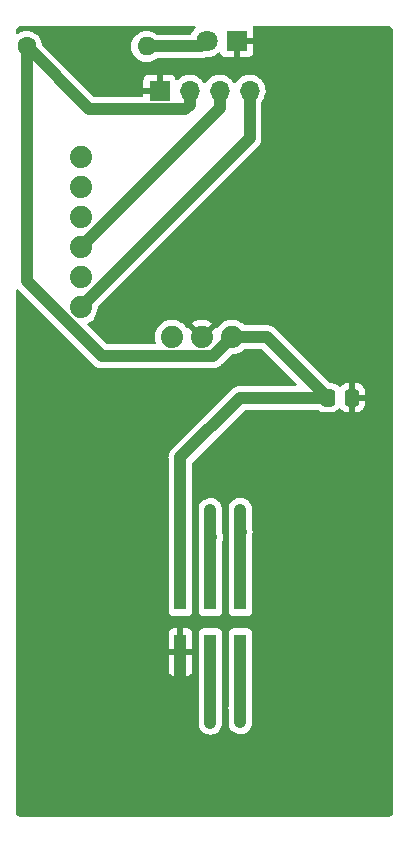
<source format=gbl>
G04 #@! TF.GenerationSoftware,KiCad,Pcbnew,6.0.9*
G04 #@! TF.CreationDate,2022-11-23T21:17:52-08:00*
G04 #@! TF.ProjectId,shitpad,73686974-7061-4642-9e6b-696361645f70,rev?*
G04 #@! TF.SameCoordinates,Original*
G04 #@! TF.FileFunction,Copper,L2,Bot*
G04 #@! TF.FilePolarity,Positive*
%FSLAX46Y46*%
G04 Gerber Fmt 4.6, Leading zero omitted, Abs format (unit mm)*
G04 Created by KiCad (PCBNEW 6.0.9) date 2022-11-23 21:17:52*
%MOMM*%
%LPD*%
G01*
G04 APERTURE LIST*
G04 Aperture macros list*
%AMRoundRect*
0 Rectangle with rounded corners*
0 $1 Rounding radius*
0 $2 $3 $4 $5 $6 $7 $8 $9 X,Y pos of 4 corners*
0 Add a 4 corners polygon primitive as box body*
4,1,4,$2,$3,$4,$5,$6,$7,$8,$9,$2,$3,0*
0 Add four circle primitives for the rounded corners*
1,1,$1+$1,$2,$3*
1,1,$1+$1,$4,$5*
1,1,$1+$1,$6,$7*
1,1,$1+$1,$8,$9*
0 Add four rect primitives between the rounded corners*
20,1,$1+$1,$2,$3,$4,$5,0*
20,1,$1+$1,$4,$5,$6,$7,0*
20,1,$1+$1,$6,$7,$8,$9,0*
20,1,$1+$1,$8,$9,$2,$3,0*%
G04 Aperture macros list end*
G04 #@! TA.AperFunction,ComponentPad*
%ADD10R,1.700000X1.700000*%
G04 #@! TD*
G04 #@! TA.AperFunction,ComponentPad*
%ADD11O,1.700000X1.700000*%
G04 #@! TD*
G04 #@! TA.AperFunction,ComponentPad*
%ADD12R,1.800000X1.800000*%
G04 #@! TD*
G04 #@! TA.AperFunction,ComponentPad*
%ADD13C,1.800000*%
G04 #@! TD*
G04 #@! TA.AperFunction,SMDPad,CuDef*
%ADD14RoundRect,0.250000X0.337500X0.475000X-0.337500X0.475000X-0.337500X-0.475000X0.337500X-0.475000X0*%
G04 #@! TD*
G04 #@! TA.AperFunction,ComponentPad*
%ADD15C,1.879600*%
G04 #@! TD*
G04 #@! TA.AperFunction,SMDPad,CuDef*
%ADD16R,1.000000X3.000000*%
G04 #@! TD*
G04 #@! TA.AperFunction,ComponentPad*
%ADD17C,1.600000*%
G04 #@! TD*
G04 #@! TA.AperFunction,ComponentPad*
%ADD18O,1.600000X1.600000*%
G04 #@! TD*
G04 #@! TA.AperFunction,Conductor*
%ADD19C,1.000000*%
G04 #@! TD*
G04 APERTURE END LIST*
D10*
X86690000Y-36000000D03*
D11*
X89230000Y-36000000D03*
X91770000Y-36000000D03*
X94310000Y-36000000D03*
D12*
X93218000Y-31750000D03*
D13*
X90678000Y-31750000D03*
D14*
X102987500Y-61990000D03*
X100912500Y-61990000D03*
D15*
X80000000Y-54350000D03*
X80000000Y-51810000D03*
X80000000Y-49270000D03*
X80000000Y-46730000D03*
X80000000Y-44190000D03*
X80000000Y-41650000D03*
X87750000Y-56850000D03*
X90290000Y-56850000D03*
X92830000Y-56850000D03*
D16*
X93540000Y-78480000D03*
X93540000Y-83520000D03*
X91000000Y-78480000D03*
X91000000Y-83520000D03*
X88460000Y-78480000D03*
X88460000Y-83520000D03*
D17*
X75438000Y-32250000D03*
D18*
X85598000Y-32250000D03*
D19*
X88460000Y-83520000D02*
X88460000Y-88360000D01*
X88460000Y-88360000D02*
X88460000Y-89460000D01*
X88460000Y-89460000D02*
X88500000Y-89500000D01*
X93510000Y-61990000D02*
X100912500Y-61990000D01*
X89230000Y-37202081D02*
X88882081Y-37550000D01*
X75438000Y-52107028D02*
X81820772Y-58489800D01*
X75438000Y-32250000D02*
X75438000Y-52107028D01*
X95772500Y-56850000D02*
X100912500Y-61990000D01*
X89230000Y-36000000D02*
X89230000Y-37202081D01*
X88460000Y-67040000D02*
X93510000Y-61990000D01*
X80738000Y-37550000D02*
X75438000Y-32250000D01*
X92830000Y-56850000D02*
X95772500Y-56850000D01*
X88460000Y-78480000D02*
X88460000Y-67040000D01*
X88882081Y-37550000D02*
X80738000Y-37550000D01*
X81820772Y-58489800D02*
X91190200Y-58489800D01*
X91190200Y-58489800D02*
X92830000Y-56850000D01*
X91000000Y-78480000D02*
X91000000Y-73850000D01*
X91000000Y-73850000D02*
X91060000Y-73790000D01*
X91000000Y-78480000D02*
X91000000Y-71500000D01*
X91000000Y-88000000D02*
X91000000Y-88240000D01*
X91000000Y-83520000D02*
X91000000Y-88000000D01*
X91000000Y-88000000D02*
X91000000Y-89500000D01*
X94310000Y-40040000D02*
X94310000Y-36000000D01*
X80000000Y-54350000D02*
X94310000Y-40040000D01*
X91770000Y-37500000D02*
X91770000Y-36000000D01*
X80000000Y-49270000D02*
X91770000Y-37500000D01*
X90178000Y-32250000D02*
X90678000Y-31750000D01*
X85598000Y-32250000D02*
X90178000Y-32250000D01*
X93540000Y-78480000D02*
X93540000Y-71460000D01*
X93540000Y-73360000D02*
X93560000Y-73340000D01*
X93540000Y-78480000D02*
X93540000Y-73360000D01*
X93540000Y-86540000D02*
X93540000Y-89460000D01*
X93540000Y-83520000D02*
X93540000Y-86540000D01*
X93540000Y-88230000D02*
X93530000Y-88240000D01*
X93540000Y-86540000D02*
X93540000Y-88230000D01*
G04 #@! TA.AperFunction,Conductor*
G36*
X89689510Y-30528502D02*
G01*
X89736003Y-30582158D01*
X89746107Y-30652432D01*
X89712483Y-30721551D01*
X89579639Y-30860564D01*
X89576725Y-30864836D01*
X89576724Y-30864837D01*
X89568271Y-30877229D01*
X89449119Y-31051899D01*
X89446943Y-31056586D01*
X89446940Y-31056592D01*
X89394971Y-31168550D01*
X89348147Y-31221917D01*
X89280683Y-31241500D01*
X86478740Y-31241500D01*
X86406469Y-31218713D01*
X86361631Y-31187317D01*
X86254749Y-31112477D01*
X86249767Y-31110154D01*
X86249762Y-31110151D01*
X86052225Y-31018039D01*
X86052224Y-31018039D01*
X86047243Y-31015716D01*
X86041935Y-31014294D01*
X86041933Y-31014293D01*
X85831402Y-30957881D01*
X85831400Y-30957881D01*
X85826087Y-30956457D01*
X85598000Y-30936502D01*
X85369913Y-30956457D01*
X85364600Y-30957881D01*
X85364598Y-30957881D01*
X85154067Y-31014293D01*
X85154065Y-31014294D01*
X85148757Y-31015716D01*
X85143776Y-31018039D01*
X85143775Y-31018039D01*
X84946238Y-31110151D01*
X84946233Y-31110154D01*
X84941251Y-31112477D01*
X84861171Y-31168550D01*
X84758211Y-31240643D01*
X84758208Y-31240645D01*
X84753700Y-31243802D01*
X84591802Y-31405700D01*
X84588645Y-31410208D01*
X84588643Y-31410211D01*
X84533902Y-31488389D01*
X84460477Y-31593251D01*
X84458154Y-31598233D01*
X84458151Y-31598238D01*
X84447071Y-31622000D01*
X84363716Y-31800757D01*
X84304457Y-32021913D01*
X84284502Y-32250000D01*
X84304457Y-32478087D01*
X84363716Y-32699243D01*
X84366039Y-32704224D01*
X84366039Y-32704225D01*
X84458151Y-32901762D01*
X84458154Y-32901767D01*
X84460477Y-32906749D01*
X84502149Y-32966262D01*
X84572945Y-33067369D01*
X84591802Y-33094300D01*
X84753700Y-33256198D01*
X84758208Y-33259355D01*
X84758211Y-33259357D01*
X84836389Y-33314098D01*
X84941251Y-33387523D01*
X84946233Y-33389846D01*
X84946238Y-33389849D01*
X85143775Y-33481961D01*
X85148757Y-33484284D01*
X85154065Y-33485706D01*
X85154067Y-33485707D01*
X85364598Y-33542119D01*
X85364600Y-33542119D01*
X85369913Y-33543543D01*
X85598000Y-33563498D01*
X85826087Y-33543543D01*
X85831400Y-33542119D01*
X85831402Y-33542119D01*
X86041933Y-33485707D01*
X86041935Y-33485706D01*
X86047243Y-33484284D01*
X86052225Y-33481961D01*
X86249762Y-33389849D01*
X86249767Y-33389846D01*
X86254749Y-33387523D01*
X86406469Y-33281287D01*
X86478740Y-33258500D01*
X90116157Y-33258500D01*
X90129764Y-33259237D01*
X90161262Y-33262659D01*
X90161267Y-33262659D01*
X90167388Y-33263324D01*
X90193638Y-33261027D01*
X90217388Y-33258950D01*
X90222214Y-33258621D01*
X90224686Y-33258500D01*
X90227769Y-33258500D01*
X90239738Y-33257326D01*
X90270506Y-33254310D01*
X90271819Y-33254188D01*
X90316084Y-33250315D01*
X90364413Y-33246087D01*
X90369532Y-33244600D01*
X90374833Y-33244080D01*
X90463834Y-33217209D01*
X90464967Y-33216874D01*
X90548414Y-33192630D01*
X90548418Y-33192628D01*
X90554336Y-33190909D01*
X90559068Y-33188456D01*
X90564169Y-33186916D01*
X90569604Y-33184026D01*
X90569607Y-33184025D01*
X90589798Y-33173289D01*
X90653567Y-33158625D01*
X90700376Y-33160342D01*
X90736949Y-33161683D01*
X90736953Y-33161683D01*
X90742113Y-33161872D01*
X90747233Y-33161216D01*
X90747235Y-33161216D01*
X90846668Y-33148478D01*
X90971847Y-33132442D01*
X90976795Y-33130957D01*
X90976802Y-33130956D01*
X91188747Y-33067369D01*
X91193690Y-33065886D01*
X91290856Y-33018285D01*
X91397049Y-32966262D01*
X91397052Y-32966260D01*
X91401684Y-32963991D01*
X91590243Y-32829494D01*
X91593898Y-32825852D01*
X91593906Y-32825845D01*
X91635697Y-32784199D01*
X91698068Y-32750282D01*
X91768875Y-32755470D01*
X91825637Y-32798116D01*
X91842619Y-32829218D01*
X91864677Y-32888056D01*
X91873214Y-32903649D01*
X91949715Y-33005724D01*
X91962276Y-33018285D01*
X92064351Y-33094786D01*
X92079946Y-33103324D01*
X92200394Y-33148478D01*
X92215649Y-33152105D01*
X92266514Y-33157631D01*
X92273328Y-33158000D01*
X92945885Y-33158000D01*
X92961124Y-33153525D01*
X92962329Y-33152135D01*
X92964000Y-33144452D01*
X92964000Y-33139884D01*
X93472000Y-33139884D01*
X93476475Y-33155123D01*
X93477865Y-33156328D01*
X93485548Y-33157999D01*
X94162669Y-33157999D01*
X94169490Y-33157629D01*
X94220352Y-33152105D01*
X94235604Y-33148479D01*
X94356054Y-33103324D01*
X94371649Y-33094786D01*
X94473724Y-33018285D01*
X94486285Y-33005724D01*
X94562786Y-32903649D01*
X94571324Y-32888054D01*
X94616478Y-32767606D01*
X94620105Y-32752351D01*
X94625631Y-32701486D01*
X94626000Y-32694672D01*
X94626000Y-32022115D01*
X94621525Y-32006876D01*
X94620135Y-32005671D01*
X94612452Y-32004000D01*
X93490115Y-32004000D01*
X93474876Y-32008475D01*
X93473671Y-32009865D01*
X93472000Y-32017548D01*
X93472000Y-33139884D01*
X92964000Y-33139884D01*
X92964000Y-31622000D01*
X92984002Y-31553879D01*
X93037658Y-31507386D01*
X93090000Y-31496000D01*
X94607884Y-31496000D01*
X94623123Y-31491525D01*
X94624328Y-31490135D01*
X94625999Y-31482452D01*
X94625999Y-30805331D01*
X94625629Y-30798510D01*
X94620105Y-30747648D01*
X94616479Y-30732397D01*
X94596360Y-30678730D01*
X94591177Y-30607923D01*
X94625097Y-30545554D01*
X94687352Y-30511425D01*
X94714342Y-30508500D01*
X105950633Y-30508500D01*
X105970018Y-30510000D01*
X105984852Y-30512310D01*
X105984855Y-30512310D01*
X105993724Y-30513691D01*
X106002626Y-30512527D01*
X106002750Y-30512511D01*
X106033192Y-30512240D01*
X106040621Y-30513077D01*
X106095264Y-30519234D01*
X106122771Y-30525513D01*
X106199853Y-30552485D01*
X106225274Y-30564727D01*
X106294426Y-30608178D01*
X106316485Y-30625770D01*
X106374230Y-30683515D01*
X106391822Y-30705574D01*
X106435273Y-30774726D01*
X106447515Y-30800147D01*
X106474487Y-30877228D01*
X106480766Y-30904736D01*
X106487018Y-30960226D01*
X106486923Y-30975868D01*
X106487800Y-30975879D01*
X106487690Y-30984851D01*
X106486309Y-30993724D01*
X106487473Y-31002626D01*
X106487473Y-31002628D01*
X106490436Y-31025283D01*
X106491500Y-31041621D01*
X106491500Y-96950633D01*
X106490000Y-96970018D01*
X106486309Y-96993724D01*
X106487473Y-97002626D01*
X106487489Y-97002750D01*
X106487760Y-97033192D01*
X106485430Y-97053870D01*
X106480766Y-97095264D01*
X106474487Y-97122771D01*
X106447515Y-97199853D01*
X106435273Y-97225274D01*
X106391822Y-97294426D01*
X106374230Y-97316485D01*
X106316485Y-97374230D01*
X106294426Y-97391822D01*
X106225274Y-97435273D01*
X106199853Y-97447515D01*
X106122772Y-97474487D01*
X106095264Y-97480766D01*
X106039774Y-97487018D01*
X106024132Y-97486923D01*
X106024121Y-97487800D01*
X106015149Y-97487690D01*
X106006276Y-97486309D01*
X105997374Y-97487473D01*
X105997372Y-97487473D01*
X105986385Y-97488910D01*
X105974714Y-97490436D01*
X105958379Y-97491500D01*
X75049367Y-97491500D01*
X75029982Y-97490000D01*
X75015148Y-97487690D01*
X75015145Y-97487690D01*
X75006276Y-97486309D01*
X74997374Y-97487473D01*
X74997250Y-97487489D01*
X74966808Y-97487760D01*
X74946130Y-97485430D01*
X74904736Y-97480766D01*
X74877229Y-97474487D01*
X74800147Y-97447515D01*
X74774726Y-97435273D01*
X74705574Y-97391822D01*
X74683515Y-97374230D01*
X74625770Y-97316485D01*
X74608178Y-97294426D01*
X74564727Y-97225274D01*
X74552485Y-97199853D01*
X74525513Y-97122772D01*
X74519234Y-97095266D01*
X74513170Y-97041451D01*
X74512888Y-97016640D01*
X74513576Y-97012552D01*
X74513729Y-97000000D01*
X74509773Y-96972376D01*
X74508500Y-96954514D01*
X74508500Y-89549769D01*
X89991500Y-89549769D01*
X89991800Y-89552825D01*
X89991800Y-89552832D01*
X89992530Y-89560273D01*
X90005920Y-89696833D01*
X90063084Y-89886169D01*
X90155934Y-90060796D01*
X90226291Y-90147062D01*
X90277040Y-90209287D01*
X90277043Y-90209290D01*
X90280935Y-90214062D01*
X90285682Y-90217989D01*
X90285684Y-90217991D01*
X90428575Y-90336201D01*
X90428579Y-90336203D01*
X90433325Y-90340130D01*
X90607299Y-90434198D01*
X90796232Y-90492682D01*
X90802357Y-90493326D01*
X90802358Y-90493326D01*
X90986796Y-90512711D01*
X90986798Y-90512711D01*
X90992925Y-90513355D01*
X91075424Y-90505847D01*
X91183749Y-90495989D01*
X91183752Y-90495988D01*
X91189888Y-90495430D01*
X91195794Y-90493692D01*
X91195798Y-90493691D01*
X91332947Y-90453326D01*
X91379619Y-90439590D01*
X91385077Y-90436737D01*
X91385081Y-90436735D01*
X91475853Y-90389280D01*
X91554890Y-90347960D01*
X91709025Y-90224032D01*
X91836154Y-90072526D01*
X91839121Y-90067128D01*
X91839125Y-90067123D01*
X91928467Y-89904608D01*
X91931433Y-89899213D01*
X91933846Y-89891608D01*
X91989373Y-89716564D01*
X91989373Y-89716563D01*
X91991235Y-89710694D01*
X92008500Y-89556773D01*
X92008500Y-88236462D01*
X92516626Y-88236462D01*
X92521489Y-88287904D01*
X92530941Y-88387896D01*
X92531500Y-88399754D01*
X92531500Y-89509769D01*
X92531800Y-89512825D01*
X92531800Y-89512832D01*
X92532530Y-89520273D01*
X92545920Y-89656833D01*
X92603084Y-89846169D01*
X92695934Y-90020796D01*
X92766291Y-90107062D01*
X92817040Y-90169287D01*
X92817043Y-90169290D01*
X92820935Y-90174062D01*
X92825682Y-90177989D01*
X92825684Y-90177991D01*
X92968575Y-90296201D01*
X92968579Y-90296203D01*
X92973325Y-90300130D01*
X93147299Y-90394198D01*
X93336232Y-90452682D01*
X93342357Y-90453326D01*
X93342358Y-90453326D01*
X93526796Y-90472711D01*
X93526798Y-90472711D01*
X93532925Y-90473355D01*
X93615424Y-90465847D01*
X93723749Y-90455989D01*
X93723752Y-90455988D01*
X93729888Y-90455430D01*
X93735794Y-90453692D01*
X93735798Y-90453691D01*
X93840924Y-90422751D01*
X93919619Y-90399590D01*
X93925077Y-90396737D01*
X93925081Y-90396735D01*
X94015853Y-90349280D01*
X94094890Y-90307960D01*
X94249025Y-90184032D01*
X94376154Y-90032526D01*
X94379121Y-90027128D01*
X94379125Y-90027123D01*
X94468467Y-89864608D01*
X94471433Y-89859213D01*
X94473846Y-89851608D01*
X94529373Y-89676564D01*
X94529373Y-89676563D01*
X94531235Y-89670694D01*
X94548500Y-89516773D01*
X94548500Y-88287904D01*
X94549145Y-88275171D01*
X94552752Y-88239666D01*
X94552752Y-88239661D01*
X94553374Y-88233538D01*
X94549059Y-88187891D01*
X94548500Y-88176033D01*
X94548500Y-81971866D01*
X94541745Y-81909684D01*
X94490615Y-81773295D01*
X94403261Y-81656739D01*
X94286705Y-81569385D01*
X94150316Y-81518255D01*
X94088134Y-81511500D01*
X92991866Y-81511500D01*
X92929684Y-81518255D01*
X92793295Y-81569385D01*
X92676739Y-81656739D01*
X92589385Y-81773295D01*
X92538255Y-81909684D01*
X92531500Y-81971866D01*
X92531500Y-88083650D01*
X92530855Y-88096383D01*
X92517546Y-88227407D01*
X92516626Y-88236462D01*
X92008500Y-88236462D01*
X92008500Y-81971866D01*
X92001745Y-81909684D01*
X91950615Y-81773295D01*
X91863261Y-81656739D01*
X91746705Y-81569385D01*
X91610316Y-81518255D01*
X91548134Y-81511500D01*
X90451866Y-81511500D01*
X90389684Y-81518255D01*
X90253295Y-81569385D01*
X90136739Y-81656739D01*
X90049385Y-81773295D01*
X89998255Y-81909684D01*
X89991500Y-81971866D01*
X89991500Y-89549769D01*
X74508500Y-89549769D01*
X74508500Y-85064669D01*
X87452001Y-85064669D01*
X87452371Y-85071490D01*
X87457895Y-85122352D01*
X87461521Y-85137604D01*
X87506676Y-85258054D01*
X87515214Y-85273649D01*
X87591715Y-85375724D01*
X87604276Y-85388285D01*
X87706351Y-85464786D01*
X87721946Y-85473324D01*
X87842394Y-85518478D01*
X87857649Y-85522105D01*
X87908514Y-85527631D01*
X87915328Y-85528000D01*
X88187885Y-85528000D01*
X88203124Y-85523525D01*
X88204329Y-85522135D01*
X88206000Y-85514452D01*
X88206000Y-85509884D01*
X88714000Y-85509884D01*
X88718475Y-85525123D01*
X88719865Y-85526328D01*
X88727548Y-85527999D01*
X89004669Y-85527999D01*
X89011490Y-85527629D01*
X89062352Y-85522105D01*
X89077604Y-85518479D01*
X89198054Y-85473324D01*
X89213649Y-85464786D01*
X89315724Y-85388285D01*
X89328285Y-85375724D01*
X89404786Y-85273649D01*
X89413324Y-85258054D01*
X89458478Y-85137606D01*
X89462105Y-85122351D01*
X89467631Y-85071486D01*
X89468000Y-85064672D01*
X89468000Y-83792115D01*
X89463525Y-83776876D01*
X89462135Y-83775671D01*
X89454452Y-83774000D01*
X88732115Y-83774000D01*
X88716876Y-83778475D01*
X88715671Y-83779865D01*
X88714000Y-83787548D01*
X88714000Y-85509884D01*
X88206000Y-85509884D01*
X88206000Y-83792115D01*
X88201525Y-83776876D01*
X88200135Y-83775671D01*
X88192452Y-83774000D01*
X87470116Y-83774000D01*
X87454877Y-83778475D01*
X87453672Y-83779865D01*
X87452001Y-83787548D01*
X87452001Y-85064669D01*
X74508500Y-85064669D01*
X74508500Y-83247885D01*
X87452000Y-83247885D01*
X87456475Y-83263124D01*
X87457865Y-83264329D01*
X87465548Y-83266000D01*
X88187885Y-83266000D01*
X88203124Y-83261525D01*
X88204329Y-83260135D01*
X88206000Y-83252452D01*
X88206000Y-83247885D01*
X88714000Y-83247885D01*
X88718475Y-83263124D01*
X88719865Y-83264329D01*
X88727548Y-83266000D01*
X89449884Y-83266000D01*
X89465123Y-83261525D01*
X89466328Y-83260135D01*
X89467999Y-83252452D01*
X89467999Y-81975331D01*
X89467629Y-81968510D01*
X89462105Y-81917648D01*
X89458479Y-81902396D01*
X89413324Y-81781946D01*
X89404786Y-81766351D01*
X89328285Y-81664276D01*
X89315724Y-81651715D01*
X89213649Y-81575214D01*
X89198054Y-81566676D01*
X89077606Y-81521522D01*
X89062351Y-81517895D01*
X89011486Y-81512369D01*
X89004672Y-81512000D01*
X88732115Y-81512000D01*
X88716876Y-81516475D01*
X88715671Y-81517865D01*
X88714000Y-81525548D01*
X88714000Y-83247885D01*
X88206000Y-83247885D01*
X88206000Y-81530116D01*
X88201525Y-81514877D01*
X88200135Y-81513672D01*
X88192452Y-81512001D01*
X87915331Y-81512001D01*
X87908510Y-81512371D01*
X87857648Y-81517895D01*
X87842396Y-81521521D01*
X87721946Y-81566676D01*
X87706351Y-81575214D01*
X87604276Y-81651715D01*
X87591715Y-81664276D01*
X87515214Y-81766351D01*
X87506676Y-81781946D01*
X87461522Y-81902394D01*
X87457895Y-81917649D01*
X87452369Y-81968514D01*
X87452000Y-81975328D01*
X87452000Y-83247885D01*
X74508500Y-83247885D01*
X74508500Y-52914026D01*
X74528502Y-52845905D01*
X74582158Y-52799412D01*
X74652432Y-52789308D01*
X74717012Y-52818802D01*
X74717251Y-52819026D01*
X74718935Y-52821090D01*
X74723526Y-52824888D01*
X74754262Y-52850315D01*
X74763042Y-52858305D01*
X81063917Y-59159179D01*
X81073019Y-59169322D01*
X81096740Y-59198825D01*
X81108705Y-59208865D01*
X81135193Y-59231091D01*
X81138841Y-59234272D01*
X81140653Y-59235915D01*
X81142847Y-59238109D01*
X81176121Y-59265442D01*
X81176919Y-59266104D01*
X81248246Y-59325954D01*
X81252916Y-59328522D01*
X81257033Y-59331903D01*
X81338892Y-59375795D01*
X81340052Y-59376424D01*
X81416161Y-59418266D01*
X81416166Y-59418268D01*
X81421559Y-59421233D01*
X81426637Y-59422844D01*
X81431335Y-59425363D01*
X81520270Y-59452553D01*
X81521474Y-59452928D01*
X81610078Y-59481035D01*
X81615369Y-59481628D01*
X81620470Y-59483188D01*
X81713083Y-59492595D01*
X81714203Y-59492715D01*
X81763999Y-59498300D01*
X81767528Y-59498300D01*
X81768511Y-59498355D01*
X81774198Y-59498803D01*
X81794455Y-59500860D01*
X81811108Y-59502552D01*
X81811111Y-59502552D01*
X81817235Y-59503174D01*
X81862884Y-59498859D01*
X81874741Y-59498300D01*
X91128357Y-59498300D01*
X91141964Y-59499037D01*
X91173462Y-59502459D01*
X91173467Y-59502459D01*
X91179588Y-59503124D01*
X91205838Y-59500827D01*
X91229588Y-59498750D01*
X91234414Y-59498421D01*
X91236886Y-59498300D01*
X91239969Y-59498300D01*
X91251938Y-59497126D01*
X91282706Y-59494110D01*
X91284019Y-59493988D01*
X91328284Y-59490115D01*
X91376613Y-59485887D01*
X91381732Y-59484400D01*
X91387033Y-59483880D01*
X91476034Y-59457009D01*
X91477167Y-59456674D01*
X91560614Y-59432430D01*
X91560618Y-59432428D01*
X91566536Y-59430709D01*
X91571268Y-59428256D01*
X91576369Y-59426716D01*
X91592262Y-59418266D01*
X91658460Y-59383069D01*
X91659626Y-59382457D01*
X91736653Y-59342529D01*
X91742126Y-59339692D01*
X91746289Y-59336369D01*
X91750996Y-59333866D01*
X91823118Y-59275045D01*
X91823974Y-59274354D01*
X91863173Y-59243062D01*
X91865677Y-59240558D01*
X91866395Y-59239916D01*
X91870728Y-59236215D01*
X91904262Y-59208865D01*
X91933491Y-59173533D01*
X91941472Y-59164763D01*
X92768869Y-58337365D01*
X92831182Y-58303340D01*
X92862580Y-58300545D01*
X92879424Y-58301163D01*
X92890761Y-58301579D01*
X92890765Y-58301579D01*
X92895924Y-58301768D01*
X92901044Y-58301112D01*
X92901046Y-58301112D01*
X93127023Y-58272164D01*
X93127024Y-58272164D01*
X93132151Y-58271507D01*
X93360262Y-58203070D01*
X93574133Y-58098295D01*
X93578336Y-58095297D01*
X93578341Y-58095294D01*
X93763816Y-57962996D01*
X93763818Y-57962994D01*
X93768020Y-57959997D01*
X93832995Y-57895248D01*
X93895365Y-57861333D01*
X93921934Y-57858500D01*
X95302575Y-57858500D01*
X95370696Y-57878502D01*
X95391670Y-57895405D01*
X96914532Y-59418266D01*
X98262671Y-60766405D01*
X98296697Y-60828717D01*
X98291632Y-60899532D01*
X98249085Y-60956368D01*
X98182565Y-60981179D01*
X98173576Y-60981500D01*
X93571840Y-60981500D01*
X93558232Y-60980763D01*
X93526736Y-60977341D01*
X93526732Y-60977341D01*
X93520611Y-60976676D01*
X93502611Y-60978251D01*
X93470609Y-60981050D01*
X93465784Y-60981379D01*
X93463313Y-60981500D01*
X93460231Y-60981500D01*
X93437763Y-60983703D01*
X93417489Y-60985691D01*
X93416174Y-60985813D01*
X93383913Y-60988636D01*
X93323587Y-60993913D01*
X93318468Y-60995400D01*
X93313167Y-60995920D01*
X93224133Y-61022801D01*
X93223000Y-61023136D01*
X93139578Y-61047373D01*
X93139574Y-61047375D01*
X93133663Y-61049092D01*
X93128934Y-61051543D01*
X93123831Y-61053084D01*
X93041669Y-61096770D01*
X93040627Y-61097317D01*
X92958074Y-61140108D01*
X92953911Y-61143431D01*
X92949204Y-61145934D01*
X92944430Y-61149828D01*
X92944428Y-61149829D01*
X92877105Y-61204737D01*
X92876160Y-61205500D01*
X92837027Y-61236739D01*
X92834536Y-61239230D01*
X92833809Y-61239880D01*
X92829463Y-61243592D01*
X92810588Y-61258987D01*
X92795938Y-61270935D01*
X92792015Y-61275677D01*
X92792013Y-61275679D01*
X92766703Y-61306273D01*
X92758713Y-61315053D01*
X87790621Y-66283145D01*
X87780478Y-66292247D01*
X87750975Y-66315968D01*
X87747008Y-66320696D01*
X87718709Y-66354421D01*
X87715528Y-66358069D01*
X87713885Y-66359881D01*
X87711691Y-66362075D01*
X87684358Y-66395349D01*
X87683696Y-66396147D01*
X87623846Y-66467474D01*
X87621278Y-66472144D01*
X87617897Y-66476261D01*
X87586860Y-66534145D01*
X87574023Y-66558086D01*
X87573394Y-66559245D01*
X87531538Y-66635381D01*
X87531535Y-66635389D01*
X87528567Y-66640787D01*
X87526955Y-66645869D01*
X87524438Y-66650563D01*
X87497238Y-66739531D01*
X87496918Y-66740559D01*
X87468765Y-66829306D01*
X87468171Y-66834602D01*
X87466613Y-66839698D01*
X87465990Y-66845834D01*
X87457218Y-66932187D01*
X87457089Y-66933393D01*
X87451500Y-66983227D01*
X87451500Y-66986754D01*
X87451445Y-66987739D01*
X87450998Y-66993419D01*
X87446626Y-67036462D01*
X87447206Y-67042593D01*
X87450941Y-67082109D01*
X87451500Y-67093967D01*
X87451500Y-80028134D01*
X87458255Y-80090316D01*
X87509385Y-80226705D01*
X87596739Y-80343261D01*
X87713295Y-80430615D01*
X87849684Y-80481745D01*
X87911866Y-80488500D01*
X89008134Y-80488500D01*
X89070316Y-80481745D01*
X89206705Y-80430615D01*
X89323261Y-80343261D01*
X89410615Y-80226705D01*
X89461745Y-80090316D01*
X89468500Y-80028134D01*
X89468500Y-73846462D01*
X89986626Y-73846462D01*
X89987206Y-73852593D01*
X89990941Y-73892109D01*
X89991500Y-73903967D01*
X89991500Y-80028134D01*
X89998255Y-80090316D01*
X90049385Y-80226705D01*
X90136739Y-80343261D01*
X90253295Y-80430615D01*
X90389684Y-80481745D01*
X90451866Y-80488500D01*
X91548134Y-80488500D01*
X91610316Y-80481745D01*
X91746705Y-80430615D01*
X91863261Y-80343261D01*
X91950615Y-80226705D01*
X92001745Y-80090316D01*
X92008500Y-80028134D01*
X92008500Y-74155952D01*
X92014006Y-74119113D01*
X92051585Y-73996200D01*
X92051585Y-73996198D01*
X92053388Y-73990302D01*
X92055969Y-73964888D01*
X92072752Y-73799666D01*
X92072752Y-73799661D01*
X92073374Y-73793538D01*
X92054761Y-73596638D01*
X92013751Y-73459071D01*
X92008500Y-73423075D01*
X92008500Y-73356462D01*
X92526626Y-73356462D01*
X92527206Y-73362593D01*
X92530941Y-73402109D01*
X92531500Y-73413967D01*
X92531500Y-80028134D01*
X92538255Y-80090316D01*
X92589385Y-80226705D01*
X92676739Y-80343261D01*
X92793295Y-80430615D01*
X92929684Y-80481745D01*
X92991866Y-80488500D01*
X94088134Y-80488500D01*
X94150316Y-80481745D01*
X94286705Y-80430615D01*
X94403261Y-80343261D01*
X94490615Y-80226705D01*
X94541745Y-80090316D01*
X94548500Y-80028134D01*
X94548500Y-73574072D01*
X94550986Y-73549166D01*
X94551585Y-73546196D01*
X94553387Y-73540302D01*
X94554010Y-73534170D01*
X94572752Y-73349666D01*
X94572752Y-73349661D01*
X94573374Y-73343538D01*
X94554761Y-73146638D01*
X94553002Y-73140737D01*
X94551825Y-73134682D01*
X94552483Y-73134554D01*
X94548500Y-73107253D01*
X94548500Y-71410231D01*
X94547814Y-71403227D01*
X94542463Y-71348660D01*
X94534080Y-71263167D01*
X94476916Y-71073831D01*
X94384066Y-70899204D01*
X94295583Y-70790713D01*
X94262960Y-70750713D01*
X94262957Y-70750710D01*
X94259065Y-70745938D01*
X94252724Y-70740692D01*
X94111425Y-70623799D01*
X94111421Y-70623797D01*
X94106675Y-70619870D01*
X93932701Y-70525802D01*
X93743768Y-70467318D01*
X93737643Y-70466674D01*
X93737642Y-70466674D01*
X93553204Y-70447289D01*
X93553202Y-70447289D01*
X93547075Y-70446645D01*
X93464576Y-70454153D01*
X93356251Y-70464011D01*
X93356248Y-70464012D01*
X93350112Y-70464570D01*
X93344206Y-70466308D01*
X93344202Y-70466309D01*
X93275106Y-70486645D01*
X93160381Y-70520410D01*
X93154923Y-70523263D01*
X93154919Y-70523265D01*
X93078407Y-70563265D01*
X92985110Y-70612040D01*
X92830975Y-70735968D01*
X92703846Y-70887474D01*
X92700879Y-70892872D01*
X92700875Y-70892877D01*
X92675407Y-70939204D01*
X92608567Y-71060787D01*
X92606706Y-71066654D01*
X92606705Y-71066656D01*
X92595878Y-71100787D01*
X92548765Y-71249306D01*
X92531500Y-71403227D01*
X92531500Y-73302096D01*
X92530855Y-73314829D01*
X92527939Y-73343538D01*
X92526626Y-73356462D01*
X92008500Y-73356462D01*
X92008500Y-71450231D01*
X92007814Y-71443227D01*
X91994681Y-71309301D01*
X91994080Y-71303167D01*
X91936916Y-71113831D01*
X91844066Y-70939204D01*
X91773709Y-70852938D01*
X91722960Y-70790713D01*
X91722957Y-70790710D01*
X91719065Y-70785938D01*
X91712724Y-70780692D01*
X91571425Y-70663799D01*
X91571421Y-70663797D01*
X91566675Y-70659870D01*
X91392701Y-70565802D01*
X91203768Y-70507318D01*
X91197643Y-70506674D01*
X91197642Y-70506674D01*
X91013204Y-70487289D01*
X91013202Y-70487289D01*
X91007075Y-70486645D01*
X90924576Y-70494153D01*
X90816251Y-70504011D01*
X90816248Y-70504012D01*
X90810112Y-70504570D01*
X90804206Y-70506308D01*
X90804202Y-70506309D01*
X90728015Y-70528732D01*
X90620381Y-70560410D01*
X90614923Y-70563263D01*
X90614919Y-70563265D01*
X90527080Y-70609187D01*
X90445110Y-70652040D01*
X90290975Y-70775968D01*
X90163846Y-70927474D01*
X90160879Y-70932872D01*
X90160875Y-70932877D01*
X90157397Y-70939204D01*
X90068567Y-71100787D01*
X90066706Y-71106654D01*
X90066705Y-71106656D01*
X90023316Y-71243436D01*
X90008765Y-71289306D01*
X89991500Y-71443227D01*
X89991500Y-73792096D01*
X89990855Y-73804829D01*
X89986626Y-73846462D01*
X89468500Y-73846462D01*
X89468500Y-67509925D01*
X89488502Y-67441804D01*
X89505405Y-67420830D01*
X93890830Y-63035405D01*
X93953142Y-63001379D01*
X93979925Y-62998500D01*
X99983650Y-62998500D01*
X100051771Y-63018502D01*
X100072667Y-63035326D01*
X100101697Y-63064305D01*
X100107927Y-63068145D01*
X100107928Y-63068146D01*
X100245288Y-63152816D01*
X100252262Y-63157115D01*
X100332005Y-63183564D01*
X100413611Y-63210632D01*
X100413613Y-63210632D01*
X100420139Y-63212797D01*
X100426975Y-63213497D01*
X100426978Y-63213498D01*
X100470031Y-63217909D01*
X100524600Y-63223500D01*
X101300400Y-63223500D01*
X101303646Y-63223163D01*
X101303650Y-63223163D01*
X101399308Y-63213238D01*
X101399312Y-63213237D01*
X101406166Y-63212526D01*
X101412702Y-63210345D01*
X101412704Y-63210345D01*
X101544806Y-63166272D01*
X101573946Y-63156550D01*
X101724348Y-63063478D01*
X101849305Y-62938303D01*
X101852102Y-62933765D01*
X101909353Y-62893176D01*
X101980276Y-62889946D01*
X102041687Y-62925572D01*
X102049062Y-62934068D01*
X102057098Y-62944207D01*
X102171829Y-63058739D01*
X102183240Y-63067751D01*
X102321243Y-63152816D01*
X102334424Y-63158963D01*
X102488710Y-63210138D01*
X102502086Y-63213005D01*
X102596438Y-63222672D01*
X102602854Y-63223000D01*
X102715385Y-63223000D01*
X102730624Y-63218525D01*
X102731829Y-63217135D01*
X102733500Y-63209452D01*
X102733500Y-63204884D01*
X103241500Y-63204884D01*
X103245975Y-63220123D01*
X103247365Y-63221328D01*
X103255048Y-63222999D01*
X103372095Y-63222999D01*
X103378614Y-63222662D01*
X103474206Y-63212743D01*
X103487600Y-63209851D01*
X103641784Y-63158412D01*
X103654962Y-63152239D01*
X103792807Y-63066937D01*
X103804208Y-63057901D01*
X103918739Y-62943171D01*
X103927751Y-62931760D01*
X104012816Y-62793757D01*
X104018963Y-62780576D01*
X104070138Y-62626290D01*
X104073005Y-62612914D01*
X104082672Y-62518562D01*
X104083000Y-62512146D01*
X104083000Y-62262115D01*
X104078525Y-62246876D01*
X104077135Y-62245671D01*
X104069452Y-62244000D01*
X103259615Y-62244000D01*
X103244376Y-62248475D01*
X103243171Y-62249865D01*
X103241500Y-62257548D01*
X103241500Y-63204884D01*
X102733500Y-63204884D01*
X102733500Y-61717885D01*
X103241500Y-61717885D01*
X103245975Y-61733124D01*
X103247365Y-61734329D01*
X103255048Y-61736000D01*
X104064884Y-61736000D01*
X104080123Y-61731525D01*
X104081328Y-61730135D01*
X104082999Y-61722452D01*
X104082999Y-61467905D01*
X104082662Y-61461386D01*
X104072743Y-61365794D01*
X104069851Y-61352400D01*
X104018412Y-61198216D01*
X104012239Y-61185038D01*
X103926937Y-61047193D01*
X103917901Y-61035792D01*
X103803171Y-60921261D01*
X103791760Y-60912249D01*
X103653757Y-60827184D01*
X103640576Y-60821037D01*
X103486290Y-60769862D01*
X103472914Y-60766995D01*
X103378562Y-60757328D01*
X103372145Y-60757000D01*
X103259615Y-60757000D01*
X103244376Y-60761475D01*
X103243171Y-60762865D01*
X103241500Y-60770548D01*
X103241500Y-61717885D01*
X102733500Y-61717885D01*
X102733500Y-60775116D01*
X102729025Y-60759877D01*
X102727635Y-60758672D01*
X102719952Y-60757001D01*
X102602905Y-60757001D01*
X102596386Y-60757338D01*
X102500794Y-60767257D01*
X102487400Y-60770149D01*
X102333216Y-60821588D01*
X102320038Y-60827761D01*
X102182193Y-60913063D01*
X102170792Y-60922099D01*
X102056262Y-61036828D01*
X102049206Y-61045762D01*
X101991288Y-61086823D01*
X101920365Y-61090053D01*
X101858954Y-61054426D01*
X101852154Y-61046593D01*
X101848478Y-61040652D01*
X101723303Y-60915695D01*
X101697082Y-60899532D01*
X101578968Y-60826725D01*
X101578966Y-60826724D01*
X101572738Y-60822885D01*
X101492995Y-60796436D01*
X101411389Y-60769368D01*
X101411387Y-60769368D01*
X101404861Y-60767203D01*
X101398025Y-60766503D01*
X101398022Y-60766502D01*
X101354969Y-60762091D01*
X101300400Y-60756500D01*
X101157424Y-60756500D01*
X101089303Y-60736498D01*
X101068329Y-60719595D01*
X96529355Y-56180621D01*
X96520253Y-56170478D01*
X96500397Y-56145782D01*
X96496532Y-56140975D01*
X96458078Y-56108708D01*
X96454431Y-56105528D01*
X96452619Y-56103885D01*
X96450425Y-56101691D01*
X96417151Y-56074358D01*
X96416353Y-56073696D01*
X96345026Y-56013846D01*
X96340356Y-56011278D01*
X96336239Y-56007897D01*
X96254414Y-55964023D01*
X96253255Y-55963394D01*
X96177119Y-55921538D01*
X96177111Y-55921535D01*
X96171713Y-55918567D01*
X96166631Y-55916955D01*
X96161937Y-55914438D01*
X96072969Y-55887238D01*
X96071941Y-55886918D01*
X95983194Y-55858765D01*
X95977898Y-55858171D01*
X95972802Y-55856613D01*
X95880243Y-55847210D01*
X95879107Y-55847089D01*
X95845492Y-55843319D01*
X95832770Y-55841892D01*
X95832766Y-55841892D01*
X95829273Y-55841500D01*
X95825746Y-55841500D01*
X95824761Y-55841445D01*
X95819081Y-55840998D01*
X95789675Y-55838011D01*
X95782163Y-55837248D01*
X95782161Y-55837248D01*
X95776038Y-55836626D01*
X95733759Y-55840623D01*
X95730391Y-55840941D01*
X95718533Y-55841500D01*
X93926283Y-55841500D01*
X93858162Y-55821498D01*
X93833091Y-55800301D01*
X93829493Y-55796347D01*
X93821124Y-55787150D01*
X93817073Y-55783951D01*
X93817069Y-55783947D01*
X93638278Y-55642747D01*
X93638273Y-55642744D01*
X93634224Y-55639546D01*
X93629708Y-55637053D01*
X93629705Y-55637051D01*
X93430250Y-55526946D01*
X93430246Y-55526944D01*
X93425726Y-55524449D01*
X93420857Y-55522725D01*
X93420853Y-55522723D01*
X93206105Y-55446676D01*
X93206101Y-55446675D01*
X93201230Y-55444950D01*
X93196140Y-55444043D01*
X93196135Y-55444042D01*
X93068814Y-55421364D01*
X92966764Y-55403186D01*
X92877637Y-55402097D01*
X92733795Y-55400339D01*
X92733793Y-55400339D01*
X92728625Y-55400276D01*
X92493209Y-55436300D01*
X92266838Y-55510289D01*
X92055590Y-55620258D01*
X92051457Y-55623361D01*
X92051454Y-55623363D01*
X91869275Y-55760147D01*
X91865140Y-55763252D01*
X91861568Y-55766990D01*
X91715770Y-55919559D01*
X91700602Y-55935431D01*
X91658064Y-55997790D01*
X91603155Y-56042790D01*
X91532631Y-56050961D01*
X91480940Y-56026588D01*
X91478940Y-56026307D01*
X91467755Y-56031456D01*
X90379095Y-57120115D01*
X90316783Y-57154141D01*
X90245967Y-57149076D01*
X90200905Y-57120115D01*
X89115224Y-56034435D01*
X89102801Y-56027651D01*
X89039899Y-56052699D01*
X88970210Y-56039135D01*
X88922360Y-55995688D01*
X88904216Y-55967642D01*
X88901406Y-55963298D01*
X88859104Y-55916808D01*
X88806288Y-55858765D01*
X88741124Y-55787150D01*
X88737073Y-55783951D01*
X88737069Y-55783947D01*
X88583018Y-55662285D01*
X89467081Y-55662285D01*
X89473825Y-55674614D01*
X90277189Y-56477979D01*
X90291132Y-56485592D01*
X90292966Y-56485461D01*
X90299580Y-56481210D01*
X91107331Y-55673458D01*
X91114348Y-55660607D01*
X91106574Y-55649937D01*
X91098004Y-55643169D01*
X91089417Y-55637464D01*
X90890055Y-55527410D01*
X90880643Y-55523180D01*
X90665971Y-55447160D01*
X90656014Y-55444530D01*
X90431805Y-55404591D01*
X90421554Y-55403622D01*
X90193830Y-55400840D01*
X90183546Y-55401560D01*
X89958437Y-55436006D01*
X89948410Y-55438395D01*
X89731951Y-55509144D01*
X89722442Y-55513141D01*
X89520451Y-55618292D01*
X89511716Y-55623793D01*
X89475535Y-55650958D01*
X89467081Y-55662285D01*
X88583018Y-55662285D01*
X88558278Y-55642747D01*
X88558273Y-55642744D01*
X88554224Y-55639546D01*
X88549708Y-55637053D01*
X88549705Y-55637051D01*
X88350250Y-55526946D01*
X88350246Y-55526944D01*
X88345726Y-55524449D01*
X88340857Y-55522725D01*
X88340853Y-55522723D01*
X88126105Y-55446676D01*
X88126101Y-55446675D01*
X88121230Y-55444950D01*
X88116140Y-55444043D01*
X88116135Y-55444042D01*
X87988814Y-55421364D01*
X87886764Y-55403186D01*
X87797637Y-55402097D01*
X87653795Y-55400339D01*
X87653793Y-55400339D01*
X87648625Y-55400276D01*
X87413209Y-55436300D01*
X87186838Y-55510289D01*
X86975590Y-55620258D01*
X86971457Y-55623361D01*
X86971454Y-55623363D01*
X86789275Y-55760147D01*
X86785140Y-55763252D01*
X86781568Y-55766990D01*
X86635770Y-55919559D01*
X86620602Y-55935431D01*
X86617693Y-55939696D01*
X86617687Y-55939704D01*
X86568558Y-56011725D01*
X86486394Y-56132172D01*
X86386122Y-56348191D01*
X86322477Y-56577685D01*
X86297170Y-56814494D01*
X86297467Y-56819646D01*
X86297467Y-56819650D01*
X86309053Y-57020592D01*
X86310879Y-57052255D01*
X86312016Y-57057301D01*
X86312017Y-57057307D01*
X86333840Y-57154141D01*
X86363237Y-57284585D01*
X86365181Y-57289372D01*
X86372702Y-57307894D01*
X86379799Y-57378535D01*
X86347578Y-57441799D01*
X86286269Y-57477600D01*
X86255960Y-57481300D01*
X82290696Y-57481300D01*
X82222575Y-57461298D01*
X82201601Y-57444395D01*
X80607965Y-55850759D01*
X80573939Y-55788447D01*
X80579004Y-55717632D01*
X80621551Y-55660796D01*
X80641627Y-55648513D01*
X80739491Y-55600569D01*
X80744133Y-55598295D01*
X80748336Y-55595297D01*
X80748341Y-55595294D01*
X80933816Y-55462996D01*
X80933818Y-55462994D01*
X80938020Y-55459997D01*
X81106716Y-55291889D01*
X81245690Y-55098486D01*
X81351211Y-54884982D01*
X81420443Y-54657111D01*
X81451529Y-54420992D01*
X81452710Y-54372674D01*
X81474370Y-54305062D01*
X81489577Y-54286658D01*
X94979379Y-40796855D01*
X94989522Y-40787753D01*
X95014218Y-40767897D01*
X95019025Y-40764032D01*
X95051292Y-40725578D01*
X95054472Y-40721931D01*
X95056115Y-40720119D01*
X95058309Y-40717925D01*
X95085642Y-40684651D01*
X95086348Y-40683800D01*
X95142195Y-40617244D01*
X95146154Y-40612526D01*
X95148722Y-40607856D01*
X95152103Y-40603739D01*
X95195977Y-40521914D01*
X95196606Y-40520755D01*
X95238462Y-40444619D01*
X95238465Y-40444611D01*
X95241433Y-40439213D01*
X95243045Y-40434131D01*
X95245562Y-40429437D01*
X95272762Y-40340469D01*
X95273108Y-40339358D01*
X95277046Y-40326946D01*
X95301235Y-40250694D01*
X95301829Y-40245398D01*
X95303387Y-40240302D01*
X95312790Y-40147743D01*
X95312911Y-40146607D01*
X95318500Y-40096773D01*
X95318500Y-40093246D01*
X95318555Y-40092261D01*
X95319002Y-40086581D01*
X95323374Y-40043538D01*
X95319059Y-39997891D01*
X95318500Y-39986033D01*
X95318500Y-36963970D01*
X95338502Y-36895849D01*
X95346460Y-36885120D01*
X95348096Y-36883489D01*
X95478453Y-36702077D01*
X95499320Y-36659857D01*
X95575136Y-36506453D01*
X95575137Y-36506451D01*
X95577430Y-36501811D01*
X95642370Y-36288069D01*
X95671529Y-36066590D01*
X95673156Y-36000000D01*
X95654852Y-35777361D01*
X95600431Y-35560702D01*
X95511354Y-35355840D01*
X95390014Y-35168277D01*
X95239670Y-35003051D01*
X95235619Y-34999852D01*
X95235615Y-34999848D01*
X95068414Y-34867800D01*
X95068410Y-34867798D01*
X95064359Y-34864598D01*
X94868789Y-34756638D01*
X94863920Y-34754914D01*
X94863916Y-34754912D01*
X94663087Y-34683795D01*
X94663083Y-34683794D01*
X94658212Y-34682069D01*
X94653119Y-34681162D01*
X94653116Y-34681161D01*
X94443373Y-34643800D01*
X94443367Y-34643799D01*
X94438284Y-34642894D01*
X94364452Y-34641992D01*
X94220081Y-34640228D01*
X94220079Y-34640228D01*
X94214911Y-34640165D01*
X93994091Y-34673955D01*
X93781756Y-34743357D01*
X93583607Y-34846507D01*
X93579474Y-34849610D01*
X93579471Y-34849612D01*
X93409100Y-34977530D01*
X93404965Y-34980635D01*
X93250629Y-35142138D01*
X93143201Y-35299621D01*
X93088293Y-35344621D01*
X93017768Y-35352792D01*
X92954021Y-35321538D01*
X92933324Y-35297054D01*
X92852822Y-35172617D01*
X92852820Y-35172614D01*
X92850014Y-35168277D01*
X92699670Y-35003051D01*
X92695619Y-34999852D01*
X92695615Y-34999848D01*
X92528414Y-34867800D01*
X92528410Y-34867798D01*
X92524359Y-34864598D01*
X92328789Y-34756638D01*
X92323920Y-34754914D01*
X92323916Y-34754912D01*
X92123087Y-34683795D01*
X92123083Y-34683794D01*
X92118212Y-34682069D01*
X92113119Y-34681162D01*
X92113116Y-34681161D01*
X91903373Y-34643800D01*
X91903367Y-34643799D01*
X91898284Y-34642894D01*
X91824452Y-34641992D01*
X91680081Y-34640228D01*
X91680079Y-34640228D01*
X91674911Y-34640165D01*
X91454091Y-34673955D01*
X91241756Y-34743357D01*
X91043607Y-34846507D01*
X91039474Y-34849610D01*
X91039471Y-34849612D01*
X90869100Y-34977530D01*
X90864965Y-34980635D01*
X90710629Y-35142138D01*
X90603201Y-35299621D01*
X90548293Y-35344621D01*
X90477768Y-35352792D01*
X90414021Y-35321538D01*
X90393324Y-35297054D01*
X90312822Y-35172617D01*
X90312820Y-35172614D01*
X90310014Y-35168277D01*
X90159670Y-35003051D01*
X90155619Y-34999852D01*
X90155615Y-34999848D01*
X89988414Y-34867800D01*
X89988410Y-34867798D01*
X89984359Y-34864598D01*
X89788789Y-34756638D01*
X89783920Y-34754914D01*
X89783916Y-34754912D01*
X89583087Y-34683795D01*
X89583083Y-34683794D01*
X89578212Y-34682069D01*
X89573119Y-34681162D01*
X89573116Y-34681161D01*
X89363373Y-34643800D01*
X89363367Y-34643799D01*
X89358284Y-34642894D01*
X89284452Y-34641992D01*
X89140081Y-34640228D01*
X89140079Y-34640228D01*
X89134911Y-34640165D01*
X88914091Y-34673955D01*
X88701756Y-34743357D01*
X88503607Y-34846507D01*
X88499474Y-34849610D01*
X88499471Y-34849612D01*
X88329100Y-34977530D01*
X88324965Y-34980635D01*
X88321393Y-34984373D01*
X88243898Y-35065466D01*
X88182374Y-35100895D01*
X88111462Y-35097438D01*
X88053676Y-35056192D01*
X88034823Y-35022644D01*
X87993324Y-34911946D01*
X87984786Y-34896351D01*
X87908285Y-34794276D01*
X87895724Y-34781715D01*
X87793649Y-34705214D01*
X87778054Y-34696676D01*
X87657606Y-34651522D01*
X87642351Y-34647895D01*
X87591486Y-34642369D01*
X87584672Y-34642000D01*
X86962115Y-34642000D01*
X86946876Y-34646475D01*
X86945671Y-34647865D01*
X86944000Y-34655548D01*
X86944000Y-36128000D01*
X86923998Y-36196121D01*
X86870342Y-36242614D01*
X86818000Y-36254000D01*
X85350116Y-36254000D01*
X85334877Y-36258475D01*
X85333672Y-36259865D01*
X85332001Y-36267548D01*
X85332001Y-36415500D01*
X85311999Y-36483621D01*
X85258343Y-36530114D01*
X85206001Y-36541500D01*
X81207925Y-36541500D01*
X81139804Y-36521498D01*
X81118830Y-36504595D01*
X80342120Y-35727885D01*
X85332000Y-35727885D01*
X85336475Y-35743124D01*
X85337865Y-35744329D01*
X85345548Y-35746000D01*
X86417885Y-35746000D01*
X86433124Y-35741525D01*
X86434329Y-35740135D01*
X86436000Y-35732452D01*
X86436000Y-34660116D01*
X86431525Y-34644877D01*
X86430135Y-34643672D01*
X86422452Y-34642001D01*
X85795331Y-34642001D01*
X85788510Y-34642371D01*
X85737648Y-34647895D01*
X85722396Y-34651521D01*
X85601946Y-34696676D01*
X85586351Y-34705214D01*
X85484276Y-34781715D01*
X85471715Y-34794276D01*
X85395214Y-34896351D01*
X85386676Y-34911946D01*
X85341522Y-35032394D01*
X85337895Y-35047649D01*
X85332369Y-35098514D01*
X85332000Y-35105328D01*
X85332000Y-35727885D01*
X80342120Y-35727885D01*
X76773118Y-32158884D01*
X76739092Y-32096572D01*
X76736692Y-32080770D01*
X76732022Y-32027392D01*
X76731543Y-32021913D01*
X76672284Y-31800757D01*
X76588929Y-31622000D01*
X76577849Y-31598238D01*
X76577846Y-31598233D01*
X76575523Y-31593251D01*
X76502098Y-31488389D01*
X76447357Y-31410211D01*
X76447355Y-31410208D01*
X76444198Y-31405700D01*
X76282300Y-31243802D01*
X76277792Y-31240645D01*
X76277789Y-31240643D01*
X76174829Y-31168550D01*
X76094749Y-31112477D01*
X76089767Y-31110154D01*
X76089762Y-31110151D01*
X75892225Y-31018039D01*
X75892224Y-31018039D01*
X75887243Y-31015716D01*
X75881935Y-31014294D01*
X75881933Y-31014293D01*
X75671402Y-30957881D01*
X75671400Y-30957881D01*
X75666087Y-30956457D01*
X75438000Y-30936502D01*
X75209913Y-30956457D01*
X75204600Y-30957881D01*
X75204598Y-30957881D01*
X74994067Y-31014293D01*
X74994065Y-31014294D01*
X74988757Y-31015716D01*
X74983776Y-31018039D01*
X74983775Y-31018039D01*
X74786238Y-31110151D01*
X74786233Y-31110154D01*
X74781251Y-31112477D01*
X74706770Y-31164629D01*
X74639497Y-31187317D01*
X74570637Y-31170032D01*
X74522052Y-31118263D01*
X74508500Y-31061416D01*
X74508500Y-31053250D01*
X74510246Y-31032345D01*
X74512770Y-31017344D01*
X74512770Y-31017341D01*
X74513576Y-31012552D01*
X74513729Y-31000000D01*
X74513040Y-30995188D01*
X74512723Y-30990327D01*
X74513008Y-30990308D01*
X74512607Y-30963549D01*
X74519234Y-30904736D01*
X74525513Y-30877229D01*
X74552485Y-30800147D01*
X74564727Y-30774726D01*
X74608178Y-30705574D01*
X74625770Y-30683515D01*
X74683515Y-30625770D01*
X74705574Y-30608178D01*
X74774726Y-30564727D01*
X74800147Y-30552485D01*
X74877228Y-30525513D01*
X74904736Y-30519234D01*
X74960226Y-30512982D01*
X74975868Y-30513077D01*
X74975879Y-30512200D01*
X74984851Y-30512310D01*
X74993724Y-30513691D01*
X75002626Y-30512527D01*
X75002628Y-30512527D01*
X75017951Y-30510523D01*
X75025286Y-30509564D01*
X75041621Y-30508500D01*
X89621389Y-30508500D01*
X89689510Y-30528502D01*
G37*
G04 #@! TD.AperFunction*
M02*

</source>
